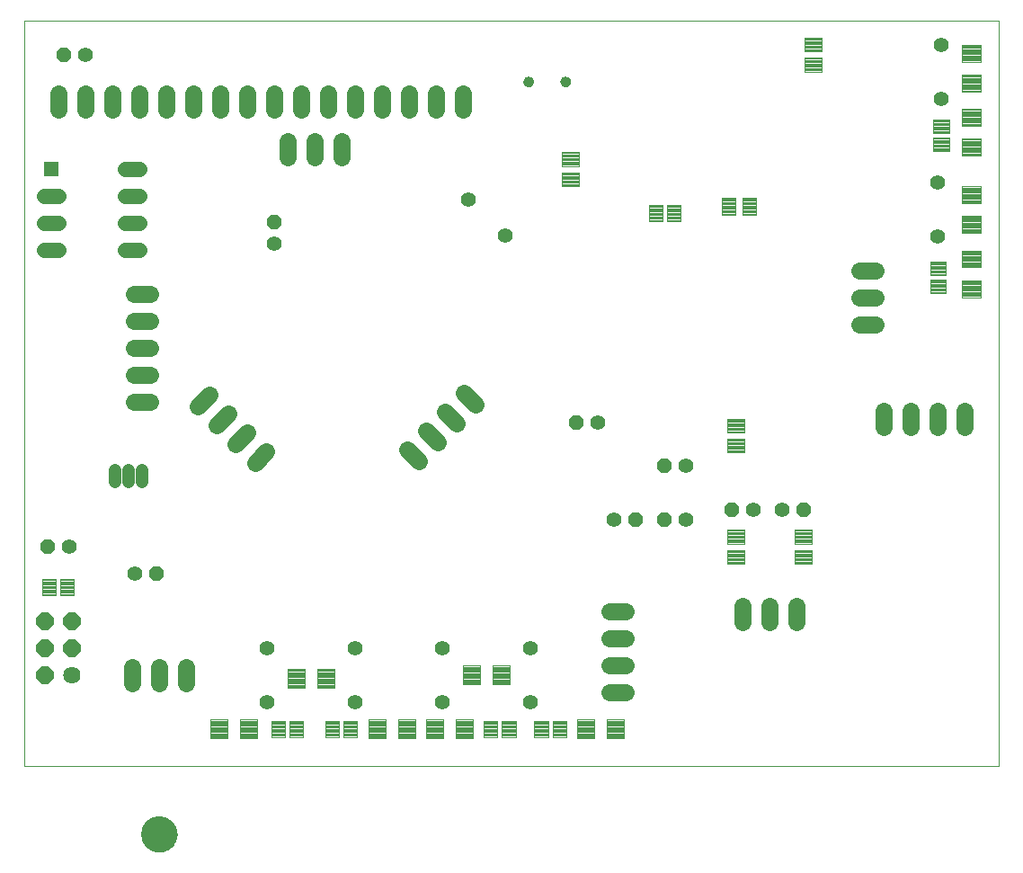
<source format=gbs>
G75*
G70*
%OFA0B0*%
%FSLAX24Y24*%
%IPPOS*%
%LPD*%
%AMOC8*
5,1,8,0,0,1.08239X$1,22.5*
%
%ADD10C,0.0000*%
%ADD11C,0.0640*%
%ADD12C,0.1340*%
%ADD13OC8,0.0560*%
%ADD14C,0.0560*%
%ADD15C,0.0044*%
%ADD16C,0.0555*%
%ADD17C,0.0040*%
%ADD18C,0.0640*%
%ADD19OC8,0.0640*%
%ADD20C,0.0394*%
%ADD21R,0.0560X0.0560*%
%ADD22C,0.0560*%
%ADD23C,0.0476*%
D10*
X000786Y004283D02*
X000786Y031905D01*
X036906Y031905D01*
X036906Y004283D01*
X000786Y004283D01*
X005136Y001758D02*
X005138Y001808D01*
X005144Y001858D01*
X005154Y001908D01*
X005167Y001956D01*
X005184Y002004D01*
X005205Y002050D01*
X005229Y002094D01*
X005257Y002136D01*
X005288Y002176D01*
X005322Y002213D01*
X005359Y002248D01*
X005398Y002279D01*
X005439Y002308D01*
X005483Y002333D01*
X005529Y002355D01*
X005576Y002373D01*
X005624Y002387D01*
X005673Y002398D01*
X005723Y002405D01*
X005773Y002408D01*
X005824Y002407D01*
X005874Y002402D01*
X005924Y002393D01*
X005972Y002381D01*
X006020Y002364D01*
X006066Y002344D01*
X006111Y002321D01*
X006154Y002294D01*
X006194Y002264D01*
X006232Y002231D01*
X006267Y002195D01*
X006300Y002156D01*
X006329Y002115D01*
X006355Y002072D01*
X006378Y002027D01*
X006397Y001980D01*
X006412Y001932D01*
X006424Y001883D01*
X006432Y001833D01*
X006436Y001783D01*
X006436Y001733D01*
X006432Y001683D01*
X006424Y001633D01*
X006412Y001584D01*
X006397Y001536D01*
X006378Y001489D01*
X006355Y001444D01*
X006329Y001401D01*
X006300Y001360D01*
X006267Y001321D01*
X006232Y001285D01*
X006194Y001252D01*
X006154Y001222D01*
X006111Y001195D01*
X006066Y001172D01*
X006020Y001152D01*
X005972Y001135D01*
X005924Y001123D01*
X005874Y001114D01*
X005824Y001109D01*
X005773Y001108D01*
X005723Y001111D01*
X005673Y001118D01*
X005624Y001129D01*
X005576Y001143D01*
X005529Y001161D01*
X005483Y001183D01*
X005439Y001208D01*
X005398Y001237D01*
X005359Y001268D01*
X005322Y001303D01*
X005288Y001340D01*
X005257Y001380D01*
X005229Y001422D01*
X005205Y001466D01*
X005184Y001512D01*
X005167Y001560D01*
X005154Y001608D01*
X005144Y001658D01*
X005138Y001708D01*
X005136Y001758D01*
X019295Y029658D02*
X019297Y029684D01*
X019303Y029710D01*
X019313Y029735D01*
X019326Y029758D01*
X019342Y029778D01*
X019362Y029796D01*
X019384Y029811D01*
X019407Y029823D01*
X019433Y029831D01*
X019459Y029835D01*
X019485Y029835D01*
X019511Y029831D01*
X019537Y029823D01*
X019561Y029811D01*
X019582Y029796D01*
X019602Y029778D01*
X019618Y029758D01*
X019631Y029735D01*
X019641Y029710D01*
X019647Y029684D01*
X019649Y029658D01*
X019647Y029632D01*
X019641Y029606D01*
X019631Y029581D01*
X019618Y029558D01*
X019602Y029538D01*
X019582Y029520D01*
X019560Y029505D01*
X019537Y029493D01*
X019511Y029485D01*
X019485Y029481D01*
X019459Y029481D01*
X019433Y029485D01*
X019407Y029493D01*
X019383Y029505D01*
X019362Y029520D01*
X019342Y029538D01*
X019326Y029558D01*
X019313Y029581D01*
X019303Y029606D01*
X019297Y029632D01*
X019295Y029658D01*
X020673Y029658D02*
X020675Y029684D01*
X020681Y029710D01*
X020691Y029735D01*
X020704Y029758D01*
X020720Y029778D01*
X020740Y029796D01*
X020762Y029811D01*
X020785Y029823D01*
X020811Y029831D01*
X020837Y029835D01*
X020863Y029835D01*
X020889Y029831D01*
X020915Y029823D01*
X020939Y029811D01*
X020960Y029796D01*
X020980Y029778D01*
X020996Y029758D01*
X021009Y029735D01*
X021019Y029710D01*
X021025Y029684D01*
X021027Y029658D01*
X021025Y029632D01*
X021019Y029606D01*
X021009Y029581D01*
X020996Y029558D01*
X020980Y029538D01*
X020960Y029520D01*
X020938Y029505D01*
X020915Y029493D01*
X020889Y029485D01*
X020863Y029481D01*
X020837Y029481D01*
X020811Y029485D01*
X020785Y029493D01*
X020761Y029505D01*
X020740Y029520D01*
X020720Y029538D01*
X020704Y029558D01*
X020691Y029581D01*
X020681Y029606D01*
X020675Y029632D01*
X020673Y029658D01*
D11*
X017036Y029208D02*
X017036Y028608D01*
X016036Y028608D02*
X016036Y029208D01*
X015036Y029208D02*
X015036Y028608D01*
X014036Y028608D02*
X014036Y029208D01*
X013036Y029208D02*
X013036Y028608D01*
X012036Y028608D02*
X012036Y029208D01*
X011036Y029208D02*
X011036Y028608D01*
X010036Y028608D02*
X010036Y029208D01*
X009036Y029208D02*
X009036Y028608D01*
X008036Y028608D02*
X008036Y029208D01*
X007036Y029208D02*
X007036Y028608D01*
X006036Y028608D02*
X006036Y029208D01*
X005036Y029208D02*
X005036Y028608D01*
X004036Y028608D02*
X004036Y029208D01*
X003036Y029208D02*
X003036Y028608D01*
X002036Y028608D02*
X002036Y029208D01*
X004861Y021783D02*
X005461Y021783D01*
X005461Y020783D02*
X004861Y020783D01*
X004861Y019783D02*
X005461Y019783D01*
X005461Y018783D02*
X004861Y018783D01*
X004861Y017783D02*
X005461Y017783D01*
X007212Y017632D02*
X007636Y018056D01*
X008343Y017349D02*
X007919Y016925D01*
X008626Y016218D02*
X009050Y016642D01*
X009757Y015935D02*
X009333Y015511D01*
X014977Y016002D02*
X015401Y015578D01*
X016108Y016285D02*
X015684Y016709D01*
X016391Y017416D02*
X016815Y016992D01*
X017522Y017699D02*
X017098Y018123D01*
X022486Y010033D02*
X023086Y010033D01*
X023086Y009033D02*
X022486Y009033D01*
X022486Y008033D02*
X023086Y008033D01*
X023086Y007033D02*
X022486Y007033D01*
X027411Y009608D02*
X027411Y010208D01*
X028411Y010208D02*
X028411Y009608D01*
X029411Y009608D02*
X029411Y010208D01*
X032661Y016858D02*
X032661Y017458D01*
X033661Y017458D02*
X033661Y016858D01*
X034661Y016858D02*
X034661Y017458D01*
X035661Y017458D02*
X035661Y016858D01*
X032336Y020658D02*
X031736Y020658D01*
X031736Y021658D02*
X032336Y021658D01*
X032336Y022658D02*
X031736Y022658D01*
X012536Y026858D02*
X012536Y027458D01*
X011536Y027458D02*
X011536Y026858D01*
X010536Y026858D02*
X010536Y027458D01*
X006786Y007958D02*
X006786Y007358D01*
X005786Y007358D02*
X005786Y007958D01*
X004786Y007958D02*
X004786Y007358D01*
D12*
X005786Y001758D03*
D13*
X005686Y011408D03*
X001636Y012408D03*
X010051Y024449D03*
X002261Y030658D03*
X021261Y017033D03*
X024511Y015408D03*
X024511Y013408D03*
X023436Y013408D03*
X027011Y013783D03*
X029686Y013783D03*
D14*
X028886Y013783D03*
X027811Y013783D03*
X025311Y013408D03*
X025311Y015408D03*
X022636Y013408D03*
X022061Y017033D03*
X018604Y023944D03*
X017261Y025287D03*
X010051Y023649D03*
X003061Y030658D03*
X002436Y012408D03*
X004886Y011408D03*
D15*
X002625Y011201D02*
X002117Y011201D01*
X002625Y011201D02*
X002625Y010615D01*
X002117Y010615D01*
X002117Y011201D01*
X002117Y010658D02*
X002625Y010658D01*
X002625Y010701D02*
X002117Y010701D01*
X002117Y010744D02*
X002625Y010744D01*
X002625Y010787D02*
X002117Y010787D01*
X002117Y010830D02*
X002625Y010830D01*
X002625Y010873D02*
X002117Y010873D01*
X002117Y010916D02*
X002625Y010916D01*
X002625Y010959D02*
X002117Y010959D01*
X002117Y011002D02*
X002625Y011002D01*
X002625Y011045D02*
X002117Y011045D01*
X002117Y011088D02*
X002625Y011088D01*
X002625Y011131D02*
X002117Y011131D01*
X002117Y011174D02*
X002625Y011174D01*
X001955Y011201D02*
X001447Y011201D01*
X001955Y011201D02*
X001955Y010615D01*
X001447Y010615D01*
X001447Y011201D01*
X001447Y010658D02*
X001955Y010658D01*
X001955Y010701D02*
X001447Y010701D01*
X001447Y010744D02*
X001955Y010744D01*
X001955Y010787D02*
X001447Y010787D01*
X001447Y010830D02*
X001955Y010830D01*
X001955Y010873D02*
X001447Y010873D01*
X001447Y010916D02*
X001955Y010916D01*
X001955Y010959D02*
X001447Y010959D01*
X001447Y011002D02*
X001955Y011002D01*
X001955Y011045D02*
X001447Y011045D01*
X001447Y011088D02*
X001955Y011088D01*
X001955Y011131D02*
X001447Y011131D01*
X001447Y011174D02*
X001955Y011174D01*
X009947Y005365D02*
X010455Y005365D01*
X009947Y005365D02*
X009947Y005951D01*
X010455Y005951D01*
X010455Y005365D01*
X010455Y005408D02*
X009947Y005408D01*
X009947Y005451D02*
X010455Y005451D01*
X010455Y005494D02*
X009947Y005494D01*
X009947Y005537D02*
X010455Y005537D01*
X010455Y005580D02*
X009947Y005580D01*
X009947Y005623D02*
X010455Y005623D01*
X010455Y005666D02*
X009947Y005666D01*
X009947Y005709D02*
X010455Y005709D01*
X010455Y005752D02*
X009947Y005752D01*
X009947Y005795D02*
X010455Y005795D01*
X010455Y005838D02*
X009947Y005838D01*
X009947Y005881D02*
X010455Y005881D01*
X010455Y005924D02*
X009947Y005924D01*
X010617Y005365D02*
X011125Y005365D01*
X010617Y005365D02*
X010617Y005951D01*
X011125Y005951D01*
X011125Y005365D01*
X011125Y005408D02*
X010617Y005408D01*
X010617Y005451D02*
X011125Y005451D01*
X011125Y005494D02*
X010617Y005494D01*
X010617Y005537D02*
X011125Y005537D01*
X011125Y005580D02*
X010617Y005580D01*
X010617Y005623D02*
X011125Y005623D01*
X011125Y005666D02*
X010617Y005666D01*
X010617Y005709D02*
X011125Y005709D01*
X011125Y005752D02*
X010617Y005752D01*
X010617Y005795D02*
X011125Y005795D01*
X011125Y005838D02*
X010617Y005838D01*
X010617Y005881D02*
X011125Y005881D01*
X011125Y005924D02*
X010617Y005924D01*
X011947Y005365D02*
X012455Y005365D01*
X011947Y005365D02*
X011947Y005951D01*
X012455Y005951D01*
X012455Y005365D01*
X012455Y005408D02*
X011947Y005408D01*
X011947Y005451D02*
X012455Y005451D01*
X012455Y005494D02*
X011947Y005494D01*
X011947Y005537D02*
X012455Y005537D01*
X012455Y005580D02*
X011947Y005580D01*
X011947Y005623D02*
X012455Y005623D01*
X012455Y005666D02*
X011947Y005666D01*
X011947Y005709D02*
X012455Y005709D01*
X012455Y005752D02*
X011947Y005752D01*
X011947Y005795D02*
X012455Y005795D01*
X012455Y005838D02*
X011947Y005838D01*
X011947Y005881D02*
X012455Y005881D01*
X012455Y005924D02*
X011947Y005924D01*
X012617Y005365D02*
X013125Y005365D01*
X012617Y005365D02*
X012617Y005951D01*
X013125Y005951D01*
X013125Y005365D01*
X013125Y005408D02*
X012617Y005408D01*
X012617Y005451D02*
X013125Y005451D01*
X013125Y005494D02*
X012617Y005494D01*
X012617Y005537D02*
X013125Y005537D01*
X013125Y005580D02*
X012617Y005580D01*
X012617Y005623D02*
X013125Y005623D01*
X013125Y005666D02*
X012617Y005666D01*
X012617Y005709D02*
X013125Y005709D01*
X013125Y005752D02*
X012617Y005752D01*
X012617Y005795D02*
X013125Y005795D01*
X013125Y005838D02*
X012617Y005838D01*
X012617Y005881D02*
X013125Y005881D01*
X013125Y005924D02*
X012617Y005924D01*
X017822Y005365D02*
X018330Y005365D01*
X017822Y005365D02*
X017822Y005951D01*
X018330Y005951D01*
X018330Y005365D01*
X018330Y005408D02*
X017822Y005408D01*
X017822Y005451D02*
X018330Y005451D01*
X018330Y005494D02*
X017822Y005494D01*
X017822Y005537D02*
X018330Y005537D01*
X018330Y005580D02*
X017822Y005580D01*
X017822Y005623D02*
X018330Y005623D01*
X018330Y005666D02*
X017822Y005666D01*
X017822Y005709D02*
X018330Y005709D01*
X018330Y005752D02*
X017822Y005752D01*
X017822Y005795D02*
X018330Y005795D01*
X018330Y005838D02*
X017822Y005838D01*
X017822Y005881D02*
X018330Y005881D01*
X018330Y005924D02*
X017822Y005924D01*
X018492Y005365D02*
X019000Y005365D01*
X018492Y005365D02*
X018492Y005951D01*
X019000Y005951D01*
X019000Y005365D01*
X019000Y005408D02*
X018492Y005408D01*
X018492Y005451D02*
X019000Y005451D01*
X019000Y005494D02*
X018492Y005494D01*
X018492Y005537D02*
X019000Y005537D01*
X019000Y005580D02*
X018492Y005580D01*
X018492Y005623D02*
X019000Y005623D01*
X019000Y005666D02*
X018492Y005666D01*
X018492Y005709D02*
X019000Y005709D01*
X019000Y005752D02*
X018492Y005752D01*
X018492Y005795D02*
X019000Y005795D01*
X019000Y005838D02*
X018492Y005838D01*
X018492Y005881D02*
X019000Y005881D01*
X019000Y005924D02*
X018492Y005924D01*
X019697Y005365D02*
X020205Y005365D01*
X019697Y005365D02*
X019697Y005951D01*
X020205Y005951D01*
X020205Y005365D01*
X020205Y005408D02*
X019697Y005408D01*
X019697Y005451D02*
X020205Y005451D01*
X020205Y005494D02*
X019697Y005494D01*
X019697Y005537D02*
X020205Y005537D01*
X020205Y005580D02*
X019697Y005580D01*
X019697Y005623D02*
X020205Y005623D01*
X020205Y005666D02*
X019697Y005666D01*
X019697Y005709D02*
X020205Y005709D01*
X020205Y005752D02*
X019697Y005752D01*
X019697Y005795D02*
X020205Y005795D01*
X020205Y005838D02*
X019697Y005838D01*
X019697Y005881D02*
X020205Y005881D01*
X020205Y005924D02*
X019697Y005924D01*
X020367Y005365D02*
X020875Y005365D01*
X020367Y005365D02*
X020367Y005951D01*
X020875Y005951D01*
X020875Y005365D01*
X020875Y005408D02*
X020367Y005408D01*
X020367Y005451D02*
X020875Y005451D01*
X020875Y005494D02*
X020367Y005494D01*
X020367Y005537D02*
X020875Y005537D01*
X020875Y005580D02*
X020367Y005580D01*
X020367Y005623D02*
X020875Y005623D01*
X020875Y005666D02*
X020367Y005666D01*
X020367Y005709D02*
X020875Y005709D01*
X020875Y005752D02*
X020367Y005752D01*
X020367Y005795D02*
X020875Y005795D01*
X020875Y005838D02*
X020367Y005838D01*
X020367Y005881D02*
X020875Y005881D01*
X020875Y005924D02*
X020367Y005924D01*
X027474Y011780D02*
X027474Y012288D01*
X027474Y011780D02*
X026848Y011780D01*
X026848Y012288D01*
X027474Y012288D01*
X027474Y011823D02*
X026848Y011823D01*
X026848Y011866D02*
X027474Y011866D01*
X027474Y011909D02*
X026848Y011909D01*
X026848Y011952D02*
X027474Y011952D01*
X027474Y011995D02*
X026848Y011995D01*
X026848Y012038D02*
X027474Y012038D01*
X027474Y012081D02*
X026848Y012081D01*
X026848Y012124D02*
X027474Y012124D01*
X027474Y012167D02*
X026848Y012167D01*
X026848Y012210D02*
X027474Y012210D01*
X027474Y012253D02*
X026848Y012253D01*
X027474Y012528D02*
X027474Y013036D01*
X027474Y012528D02*
X026848Y012528D01*
X026848Y013036D01*
X027474Y013036D01*
X027474Y012571D02*
X026848Y012571D01*
X026848Y012614D02*
X027474Y012614D01*
X027474Y012657D02*
X026848Y012657D01*
X026848Y012700D02*
X027474Y012700D01*
X027474Y012743D02*
X026848Y012743D01*
X026848Y012786D02*
X027474Y012786D01*
X027474Y012829D02*
X026848Y012829D01*
X026848Y012872D02*
X027474Y012872D01*
X027474Y012915D02*
X026848Y012915D01*
X026848Y012958D02*
X027474Y012958D01*
X027474Y013001D02*
X026848Y013001D01*
X029974Y013036D02*
X029974Y012528D01*
X029348Y012528D01*
X029348Y013036D01*
X029974Y013036D01*
X029974Y012571D02*
X029348Y012571D01*
X029348Y012614D02*
X029974Y012614D01*
X029974Y012657D02*
X029348Y012657D01*
X029348Y012700D02*
X029974Y012700D01*
X029974Y012743D02*
X029348Y012743D01*
X029348Y012786D02*
X029974Y012786D01*
X029974Y012829D02*
X029348Y012829D01*
X029348Y012872D02*
X029974Y012872D01*
X029974Y012915D02*
X029348Y012915D01*
X029348Y012958D02*
X029974Y012958D01*
X029974Y013001D02*
X029348Y013001D01*
X029974Y012288D02*
X029974Y011780D01*
X029348Y011780D01*
X029348Y012288D01*
X029974Y012288D01*
X029974Y011823D02*
X029348Y011823D01*
X029348Y011866D02*
X029974Y011866D01*
X029974Y011909D02*
X029348Y011909D01*
X029348Y011952D02*
X029974Y011952D01*
X029974Y011995D02*
X029348Y011995D01*
X029348Y012038D02*
X029974Y012038D01*
X029974Y012081D02*
X029348Y012081D01*
X029348Y012124D02*
X029974Y012124D01*
X029974Y012167D02*
X029348Y012167D01*
X029348Y012210D02*
X029974Y012210D01*
X029974Y012253D02*
X029348Y012253D01*
X027474Y015905D02*
X027474Y016413D01*
X027474Y015905D02*
X026848Y015905D01*
X026848Y016413D01*
X027474Y016413D01*
X027474Y015948D02*
X026848Y015948D01*
X026848Y015991D02*
X027474Y015991D01*
X027474Y016034D02*
X026848Y016034D01*
X026848Y016077D02*
X027474Y016077D01*
X027474Y016120D02*
X026848Y016120D01*
X026848Y016163D02*
X027474Y016163D01*
X027474Y016206D02*
X026848Y016206D01*
X026848Y016249D02*
X027474Y016249D01*
X027474Y016292D02*
X026848Y016292D01*
X026848Y016335D02*
X027474Y016335D01*
X027474Y016378D02*
X026848Y016378D01*
X027474Y016653D02*
X027474Y017161D01*
X027474Y016653D02*
X026848Y016653D01*
X026848Y017161D01*
X027474Y017161D01*
X027474Y016696D02*
X026848Y016696D01*
X026848Y016739D02*
X027474Y016739D01*
X027474Y016782D02*
X026848Y016782D01*
X026848Y016825D02*
X027474Y016825D01*
X027474Y016868D02*
X026848Y016868D01*
X026848Y016911D02*
X027474Y016911D01*
X027474Y016954D02*
X026848Y016954D01*
X026848Y016997D02*
X027474Y016997D01*
X027474Y017040D02*
X026848Y017040D01*
X026848Y017083D02*
X027474Y017083D01*
X027474Y017126D02*
X026848Y017126D01*
X034954Y021820D02*
X034954Y022328D01*
X034954Y021820D02*
X034368Y021820D01*
X034368Y022328D01*
X034954Y022328D01*
X034954Y021863D02*
X034368Y021863D01*
X034368Y021906D02*
X034954Y021906D01*
X034954Y021949D02*
X034368Y021949D01*
X034368Y021992D02*
X034954Y021992D01*
X034954Y022035D02*
X034368Y022035D01*
X034368Y022078D02*
X034954Y022078D01*
X034954Y022121D02*
X034368Y022121D01*
X034368Y022164D02*
X034954Y022164D01*
X034954Y022207D02*
X034368Y022207D01*
X034368Y022250D02*
X034954Y022250D01*
X034954Y022293D02*
X034368Y022293D01*
X034954Y022489D02*
X034954Y022997D01*
X034954Y022489D02*
X034368Y022489D01*
X034368Y022997D01*
X034954Y022997D01*
X034954Y022532D02*
X034368Y022532D01*
X034368Y022575D02*
X034954Y022575D01*
X034954Y022618D02*
X034368Y022618D01*
X034368Y022661D02*
X034954Y022661D01*
X034954Y022704D02*
X034368Y022704D01*
X034368Y022747D02*
X034954Y022747D01*
X034954Y022790D02*
X034368Y022790D01*
X034368Y022833D02*
X034954Y022833D01*
X034954Y022876D02*
X034368Y022876D01*
X034368Y022919D02*
X034954Y022919D01*
X034954Y022962D02*
X034368Y022962D01*
X034493Y027070D02*
X034493Y027578D01*
X035079Y027578D01*
X035079Y027070D01*
X034493Y027070D01*
X034493Y027113D02*
X035079Y027113D01*
X035079Y027156D02*
X034493Y027156D01*
X034493Y027199D02*
X035079Y027199D01*
X035079Y027242D02*
X034493Y027242D01*
X034493Y027285D02*
X035079Y027285D01*
X035079Y027328D02*
X034493Y027328D01*
X034493Y027371D02*
X035079Y027371D01*
X035079Y027414D02*
X034493Y027414D01*
X034493Y027457D02*
X035079Y027457D01*
X035079Y027500D02*
X034493Y027500D01*
X034493Y027543D02*
X035079Y027543D01*
X034493Y027739D02*
X034493Y028247D01*
X035079Y028247D01*
X035079Y027739D01*
X034493Y027739D01*
X034493Y027782D02*
X035079Y027782D01*
X035079Y027825D02*
X034493Y027825D01*
X034493Y027868D02*
X035079Y027868D01*
X035079Y027911D02*
X034493Y027911D01*
X034493Y027954D02*
X035079Y027954D01*
X035079Y027997D02*
X034493Y027997D01*
X034493Y028040D02*
X035079Y028040D01*
X035079Y028083D02*
X034493Y028083D01*
X034493Y028126D02*
X035079Y028126D01*
X035079Y028169D02*
X034493Y028169D01*
X034493Y028212D02*
X035079Y028212D01*
X030349Y030030D02*
X030349Y030538D01*
X030349Y030030D02*
X029723Y030030D01*
X029723Y030538D01*
X030349Y030538D01*
X030349Y030073D02*
X029723Y030073D01*
X029723Y030116D02*
X030349Y030116D01*
X030349Y030159D02*
X029723Y030159D01*
X029723Y030202D02*
X030349Y030202D01*
X030349Y030245D02*
X029723Y030245D01*
X029723Y030288D02*
X030349Y030288D01*
X030349Y030331D02*
X029723Y030331D01*
X029723Y030374D02*
X030349Y030374D01*
X030349Y030417D02*
X029723Y030417D01*
X029723Y030460D02*
X030349Y030460D01*
X030349Y030503D02*
X029723Y030503D01*
X030349Y030778D02*
X030349Y031286D01*
X030349Y030778D02*
X029723Y030778D01*
X029723Y031286D01*
X030349Y031286D01*
X030349Y030821D02*
X029723Y030821D01*
X029723Y030864D02*
X030349Y030864D01*
X030349Y030907D02*
X029723Y030907D01*
X029723Y030950D02*
X030349Y030950D01*
X030349Y030993D02*
X029723Y030993D01*
X029723Y031036D02*
X030349Y031036D01*
X030349Y031079D02*
X029723Y031079D01*
X029723Y031122D02*
X030349Y031122D01*
X030349Y031165D02*
X029723Y031165D01*
X029723Y031208D02*
X030349Y031208D01*
X030349Y031251D02*
X029723Y031251D01*
X027914Y024720D02*
X027406Y024720D01*
X027406Y025346D01*
X027914Y025346D01*
X027914Y024720D01*
X027914Y024763D02*
X027406Y024763D01*
X027406Y024806D02*
X027914Y024806D01*
X027914Y024849D02*
X027406Y024849D01*
X027406Y024892D02*
X027914Y024892D01*
X027914Y024935D02*
X027406Y024935D01*
X027406Y024978D02*
X027914Y024978D01*
X027914Y025021D02*
X027406Y025021D01*
X027406Y025064D02*
X027914Y025064D01*
X027914Y025107D02*
X027406Y025107D01*
X027406Y025150D02*
X027914Y025150D01*
X027914Y025193D02*
X027406Y025193D01*
X027406Y025236D02*
X027914Y025236D01*
X027914Y025279D02*
X027406Y025279D01*
X027406Y025322D02*
X027914Y025322D01*
X027166Y024720D02*
X026658Y024720D01*
X026658Y025346D01*
X027166Y025346D01*
X027166Y024720D01*
X027166Y024763D02*
X026658Y024763D01*
X026658Y024806D02*
X027166Y024806D01*
X027166Y024849D02*
X026658Y024849D01*
X026658Y024892D02*
X027166Y024892D01*
X027166Y024935D02*
X026658Y024935D01*
X026658Y024978D02*
X027166Y024978D01*
X027166Y025021D02*
X026658Y025021D01*
X026658Y025064D02*
X027166Y025064D01*
X027166Y025107D02*
X026658Y025107D01*
X026658Y025150D02*
X027166Y025150D01*
X027166Y025193D02*
X026658Y025193D01*
X026658Y025236D02*
X027166Y025236D01*
X027166Y025279D02*
X026658Y025279D01*
X026658Y025322D02*
X027166Y025322D01*
X025125Y024490D02*
X024617Y024490D01*
X024617Y025076D01*
X025125Y025076D01*
X025125Y024490D01*
X025125Y024533D02*
X024617Y024533D01*
X024617Y024576D02*
X025125Y024576D01*
X025125Y024619D02*
X024617Y024619D01*
X024617Y024662D02*
X025125Y024662D01*
X025125Y024705D02*
X024617Y024705D01*
X024617Y024748D02*
X025125Y024748D01*
X025125Y024791D02*
X024617Y024791D01*
X024617Y024834D02*
X025125Y024834D01*
X025125Y024877D02*
X024617Y024877D01*
X024617Y024920D02*
X025125Y024920D01*
X025125Y024963D02*
X024617Y024963D01*
X024617Y025006D02*
X025125Y025006D01*
X025125Y025049D02*
X024617Y025049D01*
X024455Y024490D02*
X023947Y024490D01*
X023947Y025076D01*
X024455Y025076D01*
X024455Y024490D01*
X024455Y024533D02*
X023947Y024533D01*
X023947Y024576D02*
X024455Y024576D01*
X024455Y024619D02*
X023947Y024619D01*
X023947Y024662D02*
X024455Y024662D01*
X024455Y024705D02*
X023947Y024705D01*
X023947Y024748D02*
X024455Y024748D01*
X024455Y024791D02*
X023947Y024791D01*
X023947Y024834D02*
X024455Y024834D01*
X024455Y024877D02*
X023947Y024877D01*
X023947Y024920D02*
X024455Y024920D01*
X024455Y024963D02*
X023947Y024963D01*
X023947Y025006D02*
X024455Y025006D01*
X024455Y025049D02*
X023947Y025049D01*
X020723Y025780D02*
X020723Y026288D01*
X021349Y026288D01*
X021349Y025780D01*
X020723Y025780D01*
X020723Y025823D02*
X021349Y025823D01*
X021349Y025866D02*
X020723Y025866D01*
X020723Y025909D02*
X021349Y025909D01*
X021349Y025952D02*
X020723Y025952D01*
X020723Y025995D02*
X021349Y025995D01*
X021349Y026038D02*
X020723Y026038D01*
X020723Y026081D02*
X021349Y026081D01*
X021349Y026124D02*
X020723Y026124D01*
X020723Y026167D02*
X021349Y026167D01*
X021349Y026210D02*
X020723Y026210D01*
X020723Y026253D02*
X021349Y026253D01*
X020723Y026528D02*
X020723Y027036D01*
X021349Y027036D01*
X021349Y026528D01*
X020723Y026528D01*
X020723Y026571D02*
X021349Y026571D01*
X021349Y026614D02*
X020723Y026614D01*
X020723Y026657D02*
X021349Y026657D01*
X021349Y026700D02*
X020723Y026700D01*
X020723Y026743D02*
X021349Y026743D01*
X021349Y026786D02*
X020723Y026786D01*
X020723Y026829D02*
X021349Y026829D01*
X021349Y026872D02*
X020723Y026872D01*
X020723Y026915D02*
X021349Y026915D01*
X021349Y026958D02*
X020723Y026958D01*
X020723Y027001D02*
X021349Y027001D01*
D16*
X034661Y025908D03*
X034661Y023908D03*
X034786Y029033D03*
X034786Y031033D03*
X019536Y008658D03*
X019536Y006658D03*
X016286Y006658D03*
X016286Y008658D03*
X013036Y008658D03*
X013036Y006658D03*
X009786Y006658D03*
X009786Y008658D03*
D17*
X010545Y007179D02*
X011175Y007179D01*
X010545Y007179D02*
X010545Y007887D01*
X011175Y007887D01*
X011175Y007179D01*
X011175Y007218D02*
X010545Y007218D01*
X010545Y007257D02*
X011175Y007257D01*
X011175Y007296D02*
X010545Y007296D01*
X010545Y007335D02*
X011175Y007335D01*
X011175Y007374D02*
X010545Y007374D01*
X010545Y007413D02*
X011175Y007413D01*
X011175Y007452D02*
X010545Y007452D01*
X010545Y007491D02*
X011175Y007491D01*
X011175Y007530D02*
X010545Y007530D01*
X010545Y007569D02*
X011175Y007569D01*
X011175Y007608D02*
X010545Y007608D01*
X010545Y007647D02*
X011175Y007647D01*
X011175Y007686D02*
X010545Y007686D01*
X010545Y007725D02*
X011175Y007725D01*
X011175Y007764D02*
X010545Y007764D01*
X010545Y007803D02*
X011175Y007803D01*
X011175Y007842D02*
X010545Y007842D01*
X010545Y007881D02*
X011175Y007881D01*
X011647Y007179D02*
X012277Y007179D01*
X011647Y007179D02*
X011647Y007887D01*
X012277Y007887D01*
X012277Y007179D01*
X012277Y007218D02*
X011647Y007218D01*
X011647Y007257D02*
X012277Y007257D01*
X012277Y007296D02*
X011647Y007296D01*
X011647Y007335D02*
X012277Y007335D01*
X012277Y007374D02*
X011647Y007374D01*
X011647Y007413D02*
X012277Y007413D01*
X012277Y007452D02*
X011647Y007452D01*
X011647Y007491D02*
X012277Y007491D01*
X012277Y007530D02*
X011647Y007530D01*
X011647Y007569D02*
X012277Y007569D01*
X012277Y007608D02*
X011647Y007608D01*
X011647Y007647D02*
X012277Y007647D01*
X012277Y007686D02*
X011647Y007686D01*
X011647Y007725D02*
X012277Y007725D01*
X012277Y007764D02*
X011647Y007764D01*
X011647Y007803D02*
X012277Y007803D01*
X012277Y007842D02*
X011647Y007842D01*
X011647Y007881D02*
X012277Y007881D01*
X013545Y005304D02*
X014175Y005304D01*
X013545Y005304D02*
X013545Y006012D01*
X014175Y006012D01*
X014175Y005304D01*
X014175Y005343D02*
X013545Y005343D01*
X013545Y005382D02*
X014175Y005382D01*
X014175Y005421D02*
X013545Y005421D01*
X013545Y005460D02*
X014175Y005460D01*
X014175Y005499D02*
X013545Y005499D01*
X013545Y005538D02*
X014175Y005538D01*
X014175Y005577D02*
X013545Y005577D01*
X013545Y005616D02*
X014175Y005616D01*
X014175Y005655D02*
X013545Y005655D01*
X013545Y005694D02*
X014175Y005694D01*
X014175Y005733D02*
X013545Y005733D01*
X013545Y005772D02*
X014175Y005772D01*
X014175Y005811D02*
X013545Y005811D01*
X013545Y005850D02*
X014175Y005850D01*
X014175Y005889D02*
X013545Y005889D01*
X013545Y005928D02*
X014175Y005928D01*
X014175Y005967D02*
X013545Y005967D01*
X013545Y006006D02*
X014175Y006006D01*
X014647Y005304D02*
X015277Y005304D01*
X014647Y005304D02*
X014647Y006012D01*
X015277Y006012D01*
X015277Y005304D01*
X015277Y005343D02*
X014647Y005343D01*
X014647Y005382D02*
X015277Y005382D01*
X015277Y005421D02*
X014647Y005421D01*
X014647Y005460D02*
X015277Y005460D01*
X015277Y005499D02*
X014647Y005499D01*
X014647Y005538D02*
X015277Y005538D01*
X015277Y005577D02*
X014647Y005577D01*
X014647Y005616D02*
X015277Y005616D01*
X015277Y005655D02*
X014647Y005655D01*
X014647Y005694D02*
X015277Y005694D01*
X015277Y005733D02*
X014647Y005733D01*
X014647Y005772D02*
X015277Y005772D01*
X015277Y005811D02*
X014647Y005811D01*
X014647Y005850D02*
X015277Y005850D01*
X015277Y005889D02*
X014647Y005889D01*
X014647Y005928D02*
X015277Y005928D01*
X015277Y005967D02*
X014647Y005967D01*
X014647Y006006D02*
X015277Y006006D01*
X015670Y005304D02*
X016300Y005304D01*
X015670Y005304D02*
X015670Y006012D01*
X016300Y006012D01*
X016300Y005304D01*
X016300Y005343D02*
X015670Y005343D01*
X015670Y005382D02*
X016300Y005382D01*
X016300Y005421D02*
X015670Y005421D01*
X015670Y005460D02*
X016300Y005460D01*
X016300Y005499D02*
X015670Y005499D01*
X015670Y005538D02*
X016300Y005538D01*
X016300Y005577D02*
X015670Y005577D01*
X015670Y005616D02*
X016300Y005616D01*
X016300Y005655D02*
X015670Y005655D01*
X015670Y005694D02*
X016300Y005694D01*
X016300Y005733D02*
X015670Y005733D01*
X015670Y005772D02*
X016300Y005772D01*
X016300Y005811D02*
X015670Y005811D01*
X015670Y005850D02*
X016300Y005850D01*
X016300Y005889D02*
X015670Y005889D01*
X015670Y005928D02*
X016300Y005928D01*
X016300Y005967D02*
X015670Y005967D01*
X015670Y006006D02*
X016300Y006006D01*
X016772Y005304D02*
X017402Y005304D01*
X016772Y005304D02*
X016772Y006012D01*
X017402Y006012D01*
X017402Y005304D01*
X017402Y005343D02*
X016772Y005343D01*
X016772Y005382D02*
X017402Y005382D01*
X017402Y005421D02*
X016772Y005421D01*
X016772Y005460D02*
X017402Y005460D01*
X017402Y005499D02*
X016772Y005499D01*
X016772Y005538D02*
X017402Y005538D01*
X017402Y005577D02*
X016772Y005577D01*
X016772Y005616D02*
X017402Y005616D01*
X017402Y005655D02*
X016772Y005655D01*
X016772Y005694D02*
X017402Y005694D01*
X017402Y005733D02*
X016772Y005733D01*
X016772Y005772D02*
X017402Y005772D01*
X017402Y005811D02*
X016772Y005811D01*
X016772Y005850D02*
X017402Y005850D01*
X017402Y005889D02*
X016772Y005889D01*
X016772Y005928D02*
X017402Y005928D01*
X017402Y005967D02*
X016772Y005967D01*
X016772Y006006D02*
X017402Y006006D01*
X017675Y007304D02*
X017045Y007304D01*
X017045Y008012D01*
X017675Y008012D01*
X017675Y007304D01*
X017675Y007343D02*
X017045Y007343D01*
X017045Y007382D02*
X017675Y007382D01*
X017675Y007421D02*
X017045Y007421D01*
X017045Y007460D02*
X017675Y007460D01*
X017675Y007499D02*
X017045Y007499D01*
X017045Y007538D02*
X017675Y007538D01*
X017675Y007577D02*
X017045Y007577D01*
X017045Y007616D02*
X017675Y007616D01*
X017675Y007655D02*
X017045Y007655D01*
X017045Y007694D02*
X017675Y007694D01*
X017675Y007733D02*
X017045Y007733D01*
X017045Y007772D02*
X017675Y007772D01*
X017675Y007811D02*
X017045Y007811D01*
X017045Y007850D02*
X017675Y007850D01*
X017675Y007889D02*
X017045Y007889D01*
X017045Y007928D02*
X017675Y007928D01*
X017675Y007967D02*
X017045Y007967D01*
X017045Y008006D02*
X017675Y008006D01*
X018147Y007304D02*
X018777Y007304D01*
X018147Y007304D02*
X018147Y008012D01*
X018777Y008012D01*
X018777Y007304D01*
X018777Y007343D02*
X018147Y007343D01*
X018147Y007382D02*
X018777Y007382D01*
X018777Y007421D02*
X018147Y007421D01*
X018147Y007460D02*
X018777Y007460D01*
X018777Y007499D02*
X018147Y007499D01*
X018147Y007538D02*
X018777Y007538D01*
X018777Y007577D02*
X018147Y007577D01*
X018147Y007616D02*
X018777Y007616D01*
X018777Y007655D02*
X018147Y007655D01*
X018147Y007694D02*
X018777Y007694D01*
X018777Y007733D02*
X018147Y007733D01*
X018147Y007772D02*
X018777Y007772D01*
X018777Y007811D02*
X018147Y007811D01*
X018147Y007850D02*
X018777Y007850D01*
X018777Y007889D02*
X018147Y007889D01*
X018147Y007928D02*
X018777Y007928D01*
X018777Y007967D02*
X018147Y007967D01*
X018147Y008006D02*
X018777Y008006D01*
X021295Y005304D02*
X021925Y005304D01*
X021295Y005304D02*
X021295Y006012D01*
X021925Y006012D01*
X021925Y005304D01*
X021925Y005343D02*
X021295Y005343D01*
X021295Y005382D02*
X021925Y005382D01*
X021925Y005421D02*
X021295Y005421D01*
X021295Y005460D02*
X021925Y005460D01*
X021925Y005499D02*
X021295Y005499D01*
X021295Y005538D02*
X021925Y005538D01*
X021925Y005577D02*
X021295Y005577D01*
X021295Y005616D02*
X021925Y005616D01*
X021925Y005655D02*
X021295Y005655D01*
X021295Y005694D02*
X021925Y005694D01*
X021925Y005733D02*
X021295Y005733D01*
X021295Y005772D02*
X021925Y005772D01*
X021925Y005811D02*
X021295Y005811D01*
X021295Y005850D02*
X021925Y005850D01*
X021925Y005889D02*
X021295Y005889D01*
X021295Y005928D02*
X021925Y005928D01*
X021925Y005967D02*
X021295Y005967D01*
X021295Y006006D02*
X021925Y006006D01*
X022397Y005304D02*
X023027Y005304D01*
X022397Y005304D02*
X022397Y006012D01*
X023027Y006012D01*
X023027Y005304D01*
X023027Y005343D02*
X022397Y005343D01*
X022397Y005382D02*
X023027Y005382D01*
X023027Y005421D02*
X022397Y005421D01*
X022397Y005460D02*
X023027Y005460D01*
X023027Y005499D02*
X022397Y005499D01*
X022397Y005538D02*
X023027Y005538D01*
X023027Y005577D02*
X022397Y005577D01*
X022397Y005616D02*
X023027Y005616D01*
X023027Y005655D02*
X022397Y005655D01*
X022397Y005694D02*
X023027Y005694D01*
X023027Y005733D02*
X022397Y005733D01*
X022397Y005772D02*
X023027Y005772D01*
X023027Y005811D02*
X022397Y005811D01*
X022397Y005850D02*
X023027Y005850D01*
X023027Y005889D02*
X022397Y005889D01*
X022397Y005928D02*
X023027Y005928D01*
X023027Y005967D02*
X022397Y005967D01*
X022397Y006006D02*
X023027Y006006D01*
X009402Y005304D02*
X008772Y005304D01*
X008772Y006012D01*
X009402Y006012D01*
X009402Y005304D01*
X009402Y005343D02*
X008772Y005343D01*
X008772Y005382D02*
X009402Y005382D01*
X009402Y005421D02*
X008772Y005421D01*
X008772Y005460D02*
X009402Y005460D01*
X009402Y005499D02*
X008772Y005499D01*
X008772Y005538D02*
X009402Y005538D01*
X009402Y005577D02*
X008772Y005577D01*
X008772Y005616D02*
X009402Y005616D01*
X009402Y005655D02*
X008772Y005655D01*
X008772Y005694D02*
X009402Y005694D01*
X009402Y005733D02*
X008772Y005733D01*
X008772Y005772D02*
X009402Y005772D01*
X009402Y005811D02*
X008772Y005811D01*
X008772Y005850D02*
X009402Y005850D01*
X009402Y005889D02*
X008772Y005889D01*
X008772Y005928D02*
X009402Y005928D01*
X009402Y005967D02*
X008772Y005967D01*
X008772Y006006D02*
X009402Y006006D01*
X008300Y005304D02*
X007670Y005304D01*
X007670Y006012D01*
X008300Y006012D01*
X008300Y005304D01*
X008300Y005343D02*
X007670Y005343D01*
X007670Y005382D02*
X008300Y005382D01*
X008300Y005421D02*
X007670Y005421D01*
X007670Y005460D02*
X008300Y005460D01*
X008300Y005499D02*
X007670Y005499D01*
X007670Y005538D02*
X008300Y005538D01*
X008300Y005577D02*
X007670Y005577D01*
X007670Y005616D02*
X008300Y005616D01*
X008300Y005655D02*
X007670Y005655D01*
X007670Y005694D02*
X008300Y005694D01*
X008300Y005733D02*
X007670Y005733D01*
X007670Y005772D02*
X008300Y005772D01*
X008300Y005811D02*
X007670Y005811D01*
X007670Y005850D02*
X008300Y005850D01*
X008300Y005889D02*
X007670Y005889D01*
X007670Y005928D02*
X008300Y005928D01*
X008300Y005967D02*
X007670Y005967D01*
X007670Y006006D02*
X008300Y006006D01*
X036265Y021667D02*
X036265Y022297D01*
X036265Y021667D02*
X035557Y021667D01*
X035557Y022297D01*
X036265Y022297D01*
X036265Y021706D02*
X035557Y021706D01*
X035557Y021745D02*
X036265Y021745D01*
X036265Y021784D02*
X035557Y021784D01*
X035557Y021823D02*
X036265Y021823D01*
X036265Y021862D02*
X035557Y021862D01*
X035557Y021901D02*
X036265Y021901D01*
X036265Y021940D02*
X035557Y021940D01*
X035557Y021979D02*
X036265Y021979D01*
X036265Y022018D02*
X035557Y022018D01*
X035557Y022057D02*
X036265Y022057D01*
X036265Y022096D02*
X035557Y022096D01*
X035557Y022135D02*
X036265Y022135D01*
X036265Y022174D02*
X035557Y022174D01*
X035557Y022213D02*
X036265Y022213D01*
X036265Y022252D02*
X035557Y022252D01*
X035557Y022291D02*
X036265Y022291D01*
X036265Y022770D02*
X036265Y023400D01*
X036265Y022770D02*
X035557Y022770D01*
X035557Y023400D01*
X036265Y023400D01*
X036265Y022809D02*
X035557Y022809D01*
X035557Y022848D02*
X036265Y022848D01*
X036265Y022887D02*
X035557Y022887D01*
X035557Y022926D02*
X036265Y022926D01*
X036265Y022965D02*
X035557Y022965D01*
X035557Y023004D02*
X036265Y023004D01*
X036265Y023043D02*
X035557Y023043D01*
X035557Y023082D02*
X036265Y023082D01*
X036265Y023121D02*
X035557Y023121D01*
X035557Y023160D02*
X036265Y023160D01*
X036265Y023199D02*
X035557Y023199D01*
X035557Y023238D02*
X036265Y023238D01*
X036265Y023277D02*
X035557Y023277D01*
X035557Y023316D02*
X036265Y023316D01*
X036265Y023355D02*
X035557Y023355D01*
X035557Y023394D02*
X036265Y023394D01*
X036265Y024042D02*
X036265Y024672D01*
X036265Y024042D02*
X035557Y024042D01*
X035557Y024672D01*
X036265Y024672D01*
X036265Y024081D02*
X035557Y024081D01*
X035557Y024120D02*
X036265Y024120D01*
X036265Y024159D02*
X035557Y024159D01*
X035557Y024198D02*
X036265Y024198D01*
X036265Y024237D02*
X035557Y024237D01*
X035557Y024276D02*
X036265Y024276D01*
X036265Y024315D02*
X035557Y024315D01*
X035557Y024354D02*
X036265Y024354D01*
X036265Y024393D02*
X035557Y024393D01*
X035557Y024432D02*
X036265Y024432D01*
X036265Y024471D02*
X035557Y024471D01*
X035557Y024510D02*
X036265Y024510D01*
X036265Y024549D02*
X035557Y024549D01*
X035557Y024588D02*
X036265Y024588D01*
X036265Y024627D02*
X035557Y024627D01*
X035557Y024666D02*
X036265Y024666D01*
X036265Y025145D02*
X036265Y025775D01*
X036265Y025145D02*
X035557Y025145D01*
X035557Y025775D01*
X036265Y025775D01*
X036265Y025184D02*
X035557Y025184D01*
X035557Y025223D02*
X036265Y025223D01*
X036265Y025262D02*
X035557Y025262D01*
X035557Y025301D02*
X036265Y025301D01*
X036265Y025340D02*
X035557Y025340D01*
X035557Y025379D02*
X036265Y025379D01*
X036265Y025418D02*
X035557Y025418D01*
X035557Y025457D02*
X036265Y025457D01*
X036265Y025496D02*
X035557Y025496D01*
X035557Y025535D02*
X036265Y025535D01*
X036265Y025574D02*
X035557Y025574D01*
X035557Y025613D02*
X036265Y025613D01*
X036265Y025652D02*
X035557Y025652D01*
X035557Y025691D02*
X036265Y025691D01*
X036265Y025730D02*
X035557Y025730D01*
X035557Y025769D02*
X036265Y025769D01*
X035557Y026917D02*
X035557Y027547D01*
X036265Y027547D01*
X036265Y026917D01*
X035557Y026917D01*
X035557Y026956D02*
X036265Y026956D01*
X036265Y026995D02*
X035557Y026995D01*
X035557Y027034D02*
X036265Y027034D01*
X036265Y027073D02*
X035557Y027073D01*
X035557Y027112D02*
X036265Y027112D01*
X036265Y027151D02*
X035557Y027151D01*
X035557Y027190D02*
X036265Y027190D01*
X036265Y027229D02*
X035557Y027229D01*
X035557Y027268D02*
X036265Y027268D01*
X036265Y027307D02*
X035557Y027307D01*
X035557Y027346D02*
X036265Y027346D01*
X036265Y027385D02*
X035557Y027385D01*
X035557Y027424D02*
X036265Y027424D01*
X036265Y027463D02*
X035557Y027463D01*
X035557Y027502D02*
X036265Y027502D01*
X036265Y027541D02*
X035557Y027541D01*
X035557Y028020D02*
X035557Y028650D01*
X036265Y028650D01*
X036265Y028020D01*
X035557Y028020D01*
X035557Y028059D02*
X036265Y028059D01*
X036265Y028098D02*
X035557Y028098D01*
X035557Y028137D02*
X036265Y028137D01*
X036265Y028176D02*
X035557Y028176D01*
X035557Y028215D02*
X036265Y028215D01*
X036265Y028254D02*
X035557Y028254D01*
X035557Y028293D02*
X036265Y028293D01*
X036265Y028332D02*
X035557Y028332D01*
X035557Y028371D02*
X036265Y028371D01*
X036265Y028410D02*
X035557Y028410D01*
X035557Y028449D02*
X036265Y028449D01*
X036265Y028488D02*
X035557Y028488D01*
X035557Y028527D02*
X036265Y028527D01*
X036265Y028566D02*
X035557Y028566D01*
X035557Y028605D02*
X036265Y028605D01*
X036265Y028644D02*
X035557Y028644D01*
X035557Y029292D02*
X035557Y029922D01*
X036265Y029922D01*
X036265Y029292D01*
X035557Y029292D01*
X035557Y029331D02*
X036265Y029331D01*
X036265Y029370D02*
X035557Y029370D01*
X035557Y029409D02*
X036265Y029409D01*
X036265Y029448D02*
X035557Y029448D01*
X035557Y029487D02*
X036265Y029487D01*
X036265Y029526D02*
X035557Y029526D01*
X035557Y029565D02*
X036265Y029565D01*
X036265Y029604D02*
X035557Y029604D01*
X035557Y029643D02*
X036265Y029643D01*
X036265Y029682D02*
X035557Y029682D01*
X035557Y029721D02*
X036265Y029721D01*
X036265Y029760D02*
X035557Y029760D01*
X035557Y029799D02*
X036265Y029799D01*
X036265Y029838D02*
X035557Y029838D01*
X035557Y029877D02*
X036265Y029877D01*
X036265Y029916D02*
X035557Y029916D01*
X035557Y030395D02*
X035557Y031025D01*
X036265Y031025D01*
X036265Y030395D01*
X035557Y030395D01*
X035557Y030434D02*
X036265Y030434D01*
X036265Y030473D02*
X035557Y030473D01*
X035557Y030512D02*
X036265Y030512D01*
X036265Y030551D02*
X035557Y030551D01*
X035557Y030590D02*
X036265Y030590D01*
X036265Y030629D02*
X035557Y030629D01*
X035557Y030668D02*
X036265Y030668D01*
X036265Y030707D02*
X035557Y030707D01*
X035557Y030746D02*
X036265Y030746D01*
X036265Y030785D02*
X035557Y030785D01*
X035557Y030824D02*
X036265Y030824D01*
X036265Y030863D02*
X035557Y030863D01*
X035557Y030902D02*
X036265Y030902D01*
X036265Y030941D02*
X035557Y030941D01*
X035557Y030980D02*
X036265Y030980D01*
X036265Y031019D02*
X035557Y031019D01*
D18*
X002536Y007658D03*
D19*
X001536Y007658D03*
X001536Y008658D03*
X002536Y008658D03*
X002536Y009658D03*
X001536Y009658D03*
D20*
X019472Y029658D03*
X020850Y029658D03*
D21*
X001786Y026408D03*
D22*
X001526Y025408D02*
X002046Y025408D01*
X002046Y024408D02*
X001526Y024408D01*
X001526Y023408D02*
X002046Y023408D01*
X004526Y023408D02*
X005046Y023408D01*
X005046Y024408D02*
X004526Y024408D01*
X004526Y025408D02*
X005046Y025408D01*
X005046Y026408D02*
X004526Y026408D01*
D23*
X004661Y015252D02*
X004661Y014815D01*
X004161Y014815D02*
X004161Y015252D01*
X005161Y015252D02*
X005161Y014815D01*
M02*

</source>
